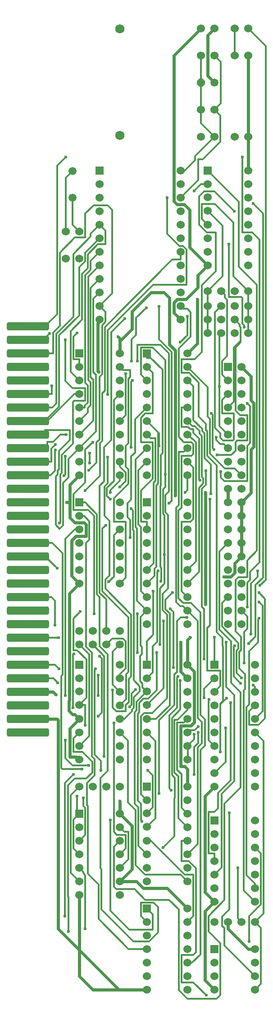
<source format=gtl>
G04 Layer_Physical_Order=1*
G04 Layer_Color=255*
%FSLAX44Y44*%
%MOMM*%
G71*
G01*
G75*
G04:AMPARAMS|DCode=10|XSize=1.57mm|YSize=8mm|CornerRadius=0.3925mm|HoleSize=0mm|Usage=FLASHONLY|Rotation=90.000|XOffset=0mm|YOffset=0mm|HoleType=Round|Shape=RoundedRectangle|*
%AMROUNDEDRECTD10*
21,1,1.5700,7.2150,0,0,90.0*
21,1,0.7850,8.0000,0,0,90.0*
1,1,0.7850,3.6075,0.3925*
1,1,0.7850,3.6075,-0.3925*
1,1,0.7850,-3.6075,-0.3925*
1,1,0.7850,-3.6075,0.3925*
%
%ADD10ROUNDEDRECTD10*%
%ADD11C,0.6000*%
%ADD12C,0.3000*%
%ADD13C,1.5240*%
%ADD14R,1.5240X1.5240*%
%ADD15C,1.5000*%
%ADD16P,1.6236X8X202.5*%
%ADD17C,1.7500*%
%ADD18C,0.6000*%
D10*
X43180Y787400D02*
D03*
Y736600D02*
D03*
Y762000D02*
D03*
Y863600D02*
D03*
Y889000D02*
D03*
Y812800D02*
D03*
Y838200D02*
D03*
Y584200D02*
D03*
Y609600D02*
D03*
Y533400D02*
D03*
Y558800D02*
D03*
Y685800D02*
D03*
Y711200D02*
D03*
Y635000D02*
D03*
Y660400D02*
D03*
Y1168400D02*
D03*
Y1193800D02*
D03*
Y1117600D02*
D03*
Y1143000D02*
D03*
Y1270000D02*
D03*
Y1295400D02*
D03*
Y1219200D02*
D03*
Y1244600D02*
D03*
Y965200D02*
D03*
Y990600D02*
D03*
Y914400D02*
D03*
Y939800D02*
D03*
Y1066800D02*
D03*
Y1092200D02*
D03*
Y1016000D02*
D03*
Y1041400D02*
D03*
D11*
X457200Y1587500D02*
Y1651000D01*
Y1803400D01*
X419100Y965200D02*
Y990600D01*
X444500Y939800D02*
Y965200D01*
Y889000D02*
Y914400D01*
Y863600D02*
Y889000D01*
Y914400D02*
Y939800D01*
X215900Y254000D02*
X238521Y276621D01*
Y358379D01*
X215900Y381000D02*
X238521Y358379D01*
X139700Y76201D02*
X165101Y50800D01*
X90933Y609600D02*
X96013Y604521D01*
X43180Y609600D02*
X90933D01*
X121967Y998267D02*
X139700Y1016000D01*
X121967Y936198D02*
X131065Y927101D01*
X148681D01*
X152320Y923461D01*
Y901701D02*
Y923461D01*
X133351Y901701D02*
X152320D01*
X125223Y893573D02*
X133351Y901701D01*
X125223Y827278D02*
Y893573D01*
Y827278D02*
X139700Y812800D01*
X330201Y647700D02*
X342900Y635000D01*
X330201Y647700D02*
Y703073D01*
X362196Y1390896D02*
X381000Y1409700D01*
X362196Y1368036D02*
Y1390896D01*
X340361Y1346201D02*
X362196Y1368036D01*
X323851Y1346201D02*
X340361D01*
X317501Y1339851D02*
X323851Y1346201D01*
X317501Y1320800D02*
Y1339851D01*
Y1320800D02*
X330200Y1308100D01*
X212599Y1275589D02*
X215900Y1272287D01*
X431720Y832972D02*
Y850820D01*
X444500Y863600D01*
X122080Y541180D02*
X139700Y558800D01*
X122080Y487339D02*
Y541180D01*
Y487339D02*
X134961D01*
X139700Y482600D01*
X376080Y68421D02*
X393700Y50800D01*
X376080Y68421D02*
Y198280D01*
X393700Y215900D01*
X215900Y1267460D02*
X239015Y1290575D01*
Y1323696D01*
X274637Y1359318D01*
X298795D01*
X309373Y1348741D01*
Y1260857D02*
Y1348741D01*
Y1260857D02*
X319754Y1250476D01*
Y977773D02*
Y1250476D01*
X342900Y431800D02*
Y464821D01*
X337567Y470155D02*
X342900Y464821D01*
X330280Y470155D02*
X337567D01*
X330280D02*
Y545847D01*
X338329D01*
X338583Y546101D01*
X349251D01*
X355601Y552451D01*
Y647700D01*
X342900Y660400D02*
X355601Y647700D01*
X97791Y558800D02*
X99569Y557022D01*
Y165355D02*
Y557022D01*
X214123Y50800D02*
X266700D01*
X215900Y381000D02*
Y405131D01*
X304720Y241380D02*
X342900Y203200D01*
X260271Y241380D02*
X304720D01*
X247651Y254000D02*
X260271Y241380D01*
X215900Y254000D02*
X247651D01*
X419100Y165101D02*
Y177800D01*
Y165101D02*
X457201Y127000D01*
X469900D01*
X376683Y774193D02*
Y983743D01*
X342900Y707438D02*
X347727Y712265D01*
X342900Y660400D02*
Y707438D01*
X361189Y1262889D02*
Y1346201D01*
X342900Y1244600D02*
X361189Y1262889D01*
X121285Y794385D02*
X139700Y812800D01*
X121285Y594233D02*
Y794385D01*
X119889Y592837D02*
X121285Y594233D01*
X119889Y574041D02*
Y592837D01*
Y574041D02*
X126747Y567183D01*
X131318D01*
X139700Y558800D01*
X174715Y1210857D02*
X176023Y1209549D01*
X174715Y1210857D02*
Y1301119D01*
X177800Y1304205D01*
Y1308100D01*
X317501Y1803401D02*
X368300Y1854200D01*
X317501Y1530351D02*
Y1803401D01*
Y1530351D02*
X323851Y1524001D01*
X337313D01*
X347473Y1513841D01*
Y1443228D02*
Y1513841D01*
Y1443228D02*
X381000Y1409700D01*
X381001Y1765300D02*
X393700Y1752600D01*
X381001Y1765300D02*
Y1841501D01*
X393700Y1854200D01*
X376080Y414180D02*
X393700Y431800D01*
X376080Y233521D02*
Y414180D01*
Y233521D02*
X393700Y215900D01*
X215900Y1244600D02*
Y1267460D01*
Y1272287D01*
X43180Y558800D02*
X54611D01*
X97791D01*
X139700Y76201D02*
Y125223D01*
Y228600D01*
X99569Y165355D02*
X139700Y125223D01*
X214123Y50800D01*
X165101D02*
X214123D01*
X54611Y558800D02*
X54611Y558800D01*
X93980D01*
X411480Y825500D02*
X424248D01*
X431720Y832972D01*
X115825Y965200D02*
X121967D01*
Y936198D02*
Y965200D01*
Y998267D01*
X444500Y1219200D02*
X462121Y1201580D01*
Y1156957D02*
Y1201580D01*
Y1156957D02*
X467121Y1151957D01*
Y1069524D02*
Y1151957D01*
X462121Y1064524D02*
X467121Y1069524D01*
X462121Y982821D02*
Y1064524D01*
X444500Y965200D02*
X462121Y982821D01*
D12*
X368300Y1752600D02*
Y1803400D01*
Y1701800D02*
Y1752600D01*
X381000Y1282700D02*
Y1308100D01*
Y1333500D01*
Y1361440D01*
X457200Y1282700D02*
Y1308100D01*
Y1333500D01*
Y1361440D01*
X431800Y1803400D02*
Y1854200D01*
X128525Y369825D02*
X139700Y381000D01*
X128525Y315976D02*
Y369825D01*
Y315976D02*
X139700Y304800D01*
X469900Y177800D02*
X481077Y166624D01*
Y61977D02*
Y166624D01*
X469900Y50800D02*
X481077Y61977D01*
X123445Y270256D02*
X139700Y254000D01*
X123445Y270256D02*
Y415545D01*
X139700Y431800D01*
X368300Y1676400D02*
X393700Y1651000D01*
X368300Y1676400D02*
Y1701800D01*
X156301Y1388201D02*
X177800Y1409700D01*
X156301Y1194971D02*
Y1388201D01*
Y1194971D02*
X160821Y1190451D01*
Y1147280D02*
Y1190451D01*
X155821Y1142279D02*
X160821Y1147280D01*
X155821Y1133720D02*
Y1142279D01*
X139700Y1117600D02*
X155821Y1133720D01*
X160821Y1418121D02*
X177800Y1435100D01*
X160821Y1401030D02*
Y1418121D01*
X150820Y1391029D02*
X160821Y1401030D01*
X150820Y1189970D02*
Y1391029D01*
Y1189970D02*
X155821Y1184970D01*
Y1152280D02*
Y1184970D01*
X149637Y1146096D02*
X155821Y1152280D01*
X149637Y1143000D02*
Y1146096D01*
X139700Y1143000D02*
X149637D01*
X150820Y1433520D02*
X177800Y1460500D01*
X150820Y1417794D02*
Y1433520D01*
X139447Y1406420D02*
X150820Y1417794D01*
X139447Y1315975D02*
Y1406420D01*
X101855Y1278383D02*
X139447Y1315975D01*
X101855Y1145033D02*
Y1278383D01*
X74422Y1117600D02*
X101855Y1145033D01*
X43180Y1117600D02*
X74422D01*
X177800Y1333500D02*
X201677Y1357377D01*
Y1513841D01*
X193041Y1522477D02*
X201677Y1513841D01*
X166625Y1522477D02*
X193041D01*
X150877Y1506729D02*
X166625Y1522477D01*
X150877Y1462025D02*
Y1506729D01*
X131573Y1462025D02*
X150877D01*
X103125Y1433577D02*
X131573Y1462025D01*
X103125Y1295909D02*
Y1433577D01*
X90679Y1283463D02*
X103125Y1295909D01*
X90679Y1244600D02*
Y1283463D01*
X43180Y1244600D02*
X90679D01*
X382525Y519176D02*
X393700Y508000D01*
X382525Y519176D02*
Y593599D01*
X383795Y594869D01*
X71882Y1270000D02*
X84075Y1282193D01*
X43180Y1270000D02*
X71882D01*
X357602Y1614902D02*
X393700Y1651000D01*
X357602Y1607028D02*
Y1614902D01*
X338074Y1587500D02*
X357602Y1607028D01*
X330200Y1587500D02*
X338074D01*
X393700Y1701800D02*
X404877Y1690624D01*
Y1641349D02*
Y1690624D01*
X372132Y1608604D02*
X404877Y1641349D01*
X363707Y1608604D02*
X372132D01*
X363707Y1570207D02*
Y1608604D01*
X330200Y1536700D02*
X363707Y1570207D01*
X130753Y1168400D02*
X139700D01*
X79953Y1117600D02*
X130753Y1168400D01*
X215900Y279400D02*
X232020Y295520D01*
Y347374D01*
X224127D02*
X232020D01*
X215900Y355600D02*
X224127Y347374D01*
X135891Y384810D02*
X139700Y381000D01*
X135891Y384810D02*
Y414021D01*
X150877Y547371D02*
Y585400D01*
X139700D02*
X150877D01*
X266700Y914400D02*
Y928680D01*
X255580D02*
X266700D01*
X255580D02*
Y987120D01*
X277820Y1009360D01*
Y1077977D01*
X255525D02*
X277820D01*
X255525D02*
Y1123697D01*
X263653Y1131825D01*
X277877D01*
Y1208024D01*
X266700Y1219200D02*
X277877Y1208024D01*
X43180Y711200D02*
X100839D01*
X195098Y816023D02*
X204780Y825705D01*
Y903280D01*
X215900Y914400D01*
X165100Y698500D02*
X186761Y676839D01*
Y488951D02*
Y676839D01*
X266700Y330200D02*
X274321D01*
X337821Y266701D01*
X354077D01*
Y188977D02*
Y266701D01*
X342900Y177800D02*
X354077Y188977D01*
X215900Y635000D02*
Y642930D01*
X227020Y654050D01*
Y704399D01*
X221743Y709677D02*
X227020Y704399D01*
X201677Y709677D02*
X221743D01*
X190500Y698500D02*
X201677Y709677D01*
X202172Y684772D02*
X215900Y698500D01*
X202172Y623328D02*
Y684772D01*
Y623328D02*
X215900Y609600D01*
X407980Y1204920D02*
X419100Y1193800D01*
X407980Y1204920D02*
Y1230377D01*
X417577Y1239973D01*
Y1345320D01*
X413117Y1349779D02*
X417577Y1345320D01*
X413117Y1349779D02*
Y1354723D01*
X406400Y1361440D02*
X413117Y1354723D01*
X469900Y317500D02*
X481020Y306380D01*
Y211018D02*
Y306380D01*
X458725Y188723D02*
X481020Y211018D01*
X458725Y141733D02*
Y188723D01*
X250580Y1025280D02*
X266700Y1041400D01*
X250580Y923680D02*
Y1025280D01*
Y923680D02*
X255525Y918735D01*
Y798576D02*
Y918735D01*
Y798576D02*
X266700Y787400D01*
Y1092200D02*
X273637Y1085263D01*
X282820D01*
Y1005568D02*
Y1085263D01*
X279156Y1001904D02*
X282820Y1005568D01*
X279156Y850656D02*
Y1001904D01*
X266700Y838200D02*
X279156Y850656D01*
X266700Y1117600D02*
X287821Y1096479D01*
X284156Y996903D02*
X287821Y1000568D01*
X284156Y843830D02*
Y996903D01*
X281180Y840854D02*
X284156Y843830D01*
X281180Y827280D02*
Y840854D01*
X266700Y812800D02*
X281180Y827280D01*
X88139Y1168400D02*
Y1183641D01*
X43180Y1168400D02*
X88139D01*
X86869Y1065785D02*
X94997Y1073913D01*
X86869Y1041400D02*
Y1065785D01*
X43180Y1041400D02*
X86869D01*
X227020Y1128720D02*
Y1206501D01*
X237237Y1191261D02*
X239777Y1193801D01*
X237237Y1068833D02*
Y1191261D01*
X215900Y1117600D02*
X227020Y1128720D01*
X402845Y1282700D02*
X406400D01*
X431800Y1308100D02*
X441080Y1298820D01*
Y1295734D02*
Y1298820D01*
Y1295734D02*
X442977Y1293837D01*
Y1268477D02*
Y1293837D01*
X430277Y1255777D02*
X442977Y1268477D01*
X430277Y1154177D02*
Y1255777D01*
X419100Y1143000D02*
X430277Y1154177D01*
X245579Y1045679D02*
X266700Y1066800D01*
X245579Y918680D02*
Y1045679D01*
Y918680D02*
X247975Y916284D01*
Y780725D02*
Y916284D01*
Y780725D02*
X266700Y762000D01*
X393700Y660400D02*
Y712458D01*
X139700Y585400D02*
X153092Y598792D01*
Y670377D01*
X135891Y687579D02*
X153092Y670377D01*
X128525Y687579D02*
X135891D01*
X128525D02*
Y747015D01*
X141470Y759960D01*
X103887Y1092201D02*
X115063D01*
X90425Y1078739D02*
X103887Y1092201D01*
X79503Y1078739D02*
X90425D01*
X43180Y1066800D02*
X79503D01*
X94190Y1062692D02*
X94997Y1063499D01*
X94190Y1024592D02*
Y1062692D01*
X85598Y1016000D02*
X94190Y1024592D01*
X43180Y1016000D02*
X85598D01*
X161291Y1469391D02*
X177800Y1485900D01*
X161291Y1464057D02*
Y1469391D01*
X128525Y1431291D02*
X161291Y1464057D01*
X128525Y1312927D02*
Y1431291D01*
X96521Y1280923D02*
X128525Y1312927D01*
X96521Y1150874D02*
Y1280923D01*
X88647Y1143000D02*
X96521Y1150874D01*
X43180Y1143000D02*
X88647D01*
X266700Y203200D02*
X277877Y192024D01*
Y163577D02*
Y192024D01*
X233935Y163577D02*
X277877D01*
X198121Y199391D02*
X233935Y163577D01*
X198121Y199391D02*
Y369317D01*
X266700Y585400D02*
X297943Y616643D01*
Y742697D01*
X166301Y1347402D02*
X177800Y1358900D01*
X166301Y1209491D02*
Y1347402D01*
Y1209491D02*
X170821Y1204971D01*
Y1097921D02*
Y1204971D01*
X139700Y1066800D02*
X170821Y1097921D01*
X139700Y698500D02*
X158092Y680108D01*
Y526392D02*
Y680108D01*
X139700Y508000D02*
X158092Y526392D01*
X258643Y618457D02*
X266700Y610400D01*
X258643Y618457D02*
Y625165D01*
X254083Y629725D02*
X258643Y625165D01*
X254083Y629725D02*
Y676760D01*
X257826Y680504D01*
Y693722D01*
X254875Y696673D02*
X257826Y693722D01*
X254875Y696673D02*
Y750175D01*
X266700Y762000D01*
X469900Y609600D02*
Y619273D01*
X466873Y622301D02*
X469900Y619273D01*
X435451Y645574D02*
X444755Y636271D01*
X435451Y645574D02*
Y686610D01*
X438555Y689714D01*
Y701419D01*
X407925Y732049D02*
X438555Y701419D01*
X407925Y732049D02*
Y776225D01*
X419100Y787400D01*
X342900Y1117600D02*
X352342Y1108158D01*
X356618D01*
X365525Y1099251D01*
Y1094381D02*
Y1099251D01*
Y1094381D02*
X370037Y1089870D01*
Y1012880D02*
Y1089870D01*
Y1012880D02*
X373036Y1009880D01*
Y1000591D02*
Y1009880D01*
X365182Y992736D02*
X373036Y1000591D01*
X365182Y835082D02*
Y992736D01*
X342900Y812800D02*
X365182Y835082D01*
X255525Y1204976D02*
X266700Y1193800D01*
X255525Y1255777D02*
X277820D01*
X301753Y1018033D02*
Y1231844D01*
X395038Y1322138D02*
X406400Y1333500D01*
X395038Y1104601D02*
Y1322138D01*
Y1104601D02*
X404760Y1094878D01*
Y1086221D02*
Y1094878D01*
Y1086221D02*
X409957Y1081025D01*
X428380D01*
X430277Y1082922D01*
Y1131825D01*
X407980D02*
X430277D01*
X407980D02*
Y1157280D01*
X419100Y1168400D01*
X399185Y1054101D02*
X425451D01*
X433325Y1061975D01*
Y1077977D01*
X436373Y1081025D01*
X433325Y1137413D02*
X441961Y1128777D01*
X433325Y1137413D02*
Y1255777D01*
X442977Y1265429D01*
X334674Y770227D02*
X342900Y762000D01*
X329621Y770227D02*
X334674D01*
X321461Y778386D02*
X329621Y770227D01*
X321461Y778386D02*
Y954973D01*
X326645Y960157D01*
Y1059924D01*
X336024D01*
X342900Y1066800D01*
X119197Y1046297D02*
X139700Y1066800D01*
X119197Y1011712D02*
Y1046297D01*
X109221Y1001735D02*
X119197Y1011712D01*
X95505Y1013925D02*
X99190Y1017611D01*
Y1025231D01*
X101365Y1027406D01*
Y1061520D01*
X121817Y1081972D01*
Y1100329D01*
X75439D02*
X121817D01*
X43180Y1092200D02*
X75439D01*
X159005Y1038607D02*
Y1057403D01*
X378036Y998201D02*
Y1024637D01*
X370182Y990347D02*
X378036Y998201D01*
X370182Y769009D02*
Y990347D01*
Y769009D02*
X373889Y765303D01*
Y671323D02*
Y765303D01*
X423927Y443485D02*
Y589535D01*
X400305Y419863D02*
X423927Y443485D01*
X400305Y390907D02*
Y419863D01*
X393701Y384303D02*
X400305Y390907D01*
X382580Y384303D02*
X393701D01*
X382580Y306325D02*
Y384303D01*
Y306325D02*
X393700D01*
Y292100D02*
Y306325D01*
Y609600D02*
X404877Y620777D01*
Y649225D01*
X380493D02*
X404877D01*
X380493D02*
Y729489D01*
X385065Y734061D01*
Y970789D01*
X420680Y1350320D02*
Y1449380D01*
Y1350320D02*
X444247D01*
X446025Y1348542D01*
Y1300735D02*
Y1348542D01*
Y1300735D02*
X449581Y1297179D01*
Y1293877D02*
Y1297179D01*
X247586Y591286D02*
X266700Y610400D01*
X247586Y574979D02*
Y591286D01*
X244012Y571406D02*
X247586Y574979D01*
X244012Y399408D02*
Y571406D01*
Y399408D02*
X250580Y392841D01*
Y320920D02*
Y392841D01*
Y320920D02*
X266700Y304800D01*
X175261Y603251D02*
Y641097D01*
X457963Y700533D02*
X470916Y713486D01*
X43180Y889000D02*
X88901D01*
X108205Y869696D01*
Y641605D02*
Y869696D01*
X106173Y639573D02*
X108205Y641605D01*
X106173Y466599D02*
Y639573D01*
Y466599D02*
X107951Y464821D01*
X144781D01*
X232411Y127000D02*
X266700D01*
X176023Y183389D02*
X232411Y127000D01*
X176023Y183389D02*
Y248022D01*
X155821Y268225D02*
X176023Y248022D01*
X155821Y268225D02*
Y395225D01*
X153925Y397121D02*
X155821Y395225D01*
X153925Y397121D02*
Y438263D01*
X168981Y453320D01*
Y483489D01*
X163530Y488941D02*
X168981Y483489D01*
X163530Y488941D02*
Y683561D01*
X152401Y694691D02*
X163530Y683561D01*
X152401Y694691D02*
Y888859D01*
X158821Y895279D01*
Y930029D01*
X149050Y939800D02*
X158821Y930029D01*
X139700Y939800D02*
X149050D01*
X119127Y159767D02*
Y224283D01*
X118365Y225045D02*
X119127Y224283D01*
X118365Y225045D02*
Y434341D01*
X130965Y446941D01*
X152601D01*
X163981Y458320D01*
Y478489D01*
X145645Y496825D02*
X163981Y478489D01*
X128580Y496825D02*
X145645D01*
X128580D02*
Y522280D01*
X139700Y533400D01*
X373889Y615189D02*
X393700Y635000D01*
X373889Y598480D02*
Y615189D01*
X94005Y660400D02*
X101347Y653059D01*
X43180Y660400D02*
X94005D01*
X113285Y602743D02*
Y896621D01*
X131064Y914400D01*
X139700D01*
X342900Y575750D02*
Y584200D01*
X324672Y557521D02*
X342900Y575750D01*
X318779Y557521D02*
X324672D01*
X318779Y458479D02*
Y557521D01*
Y458479D02*
X325812Y451446D01*
Y372688D02*
Y451446D01*
Y372688D02*
X342900Y355600D01*
X310643Y765049D02*
X316485Y759207D01*
Y655067D02*
Y759207D01*
X329693Y576327D02*
Y630937D01*
X313779Y560413D02*
X329693Y576327D01*
X313779Y453479D02*
Y560413D01*
Y453479D02*
X319261Y447997D01*
Y410777D02*
Y447997D01*
X318517Y410033D02*
X319261Y410777D01*
X318517Y338583D02*
Y410033D01*
X297181Y317247D02*
X318517Y338583D01*
X330201Y749301D02*
X341885D01*
X323089Y742189D02*
X330201Y749301D01*
X323089Y647334D02*
Y742189D01*
X318192Y642437D02*
X323089Y647334D01*
X318192Y584827D02*
Y642437D01*
X289561Y556195D02*
X318192Y584827D01*
X289561Y418847D02*
Y556195D01*
X342900Y508000D02*
X343813Y507087D01*
Y483513D02*
Y507087D01*
X342900Y482600D02*
X343813Y483513D01*
X430451Y694611D02*
X432055Y696215D01*
X430451Y638382D02*
Y694611D01*
Y638382D02*
X442723Y626111D01*
X356109Y537465D02*
X363475Y544831D01*
X342900Y533400D02*
Y537465D01*
Y304800D02*
X362205Y324105D01*
Y505332D01*
X370021Y513148D01*
Y552605D01*
X362205Y560421D02*
X370021Y552605D01*
X362205Y560421D02*
Y742696D01*
X342900Y762000D02*
X362205Y742696D01*
X404877Y588011D02*
X409957Y593091D01*
Y695453D01*
X409195Y696215D02*
X409957Y695453D01*
X409195Y696215D02*
Y710185D01*
X380037Y1052323D02*
X397765Y1034595D01*
X380037Y1052323D02*
Y1098752D01*
X377953Y1100837D02*
X380037Y1098752D01*
X377953Y1100837D02*
Y1112267D01*
X364491Y1125729D02*
X377953Y1112267D01*
X364491Y1125729D02*
Y1189483D01*
X345949Y1208025D02*
X364491Y1189483D01*
X331780Y1208025D02*
X345949D01*
X331780D02*
Y1233425D01*
X356109D01*
X369825Y1247141D01*
Y1372673D01*
X364745Y1486155D02*
X379223Y1471677D01*
X364745Y1486155D02*
Y1539241D01*
X374143Y1548639D01*
X393447D01*
X430785Y1511300D01*
X110745Y1014985D02*
X113285Y1017525D01*
Y1051561D01*
X193041Y1001250D02*
Y1050037D01*
X186779Y994989D02*
X193041Y1001250D01*
X186779Y939712D02*
Y994989D01*
Y939712D02*
X196089Y930403D01*
Y827787D02*
Y930403D01*
X188469Y820167D02*
X196089Y827787D01*
X188469Y803403D02*
Y820167D01*
Y803403D02*
X237021Y754851D01*
Y638303D02*
Y754851D01*
X232585Y633867D02*
X237021Y638303D01*
X232585Y590551D02*
Y633867D01*
X227077Y585042D02*
X232585Y590551D01*
X227077Y573025D02*
Y585042D01*
X209551Y573025D02*
X227077D01*
X202439Y580137D02*
X209551Y573025D01*
X202439Y580137D02*
Y612903D01*
X193041Y1167639D02*
Y1287677D01*
X278488Y1373125D01*
X341377D01*
Y1439650D01*
X334750Y1446277D02*
X341377Y1439650D01*
X327661Y1446277D02*
X334750D01*
X393700Y266700D02*
X407623Y280623D01*
Y418235D01*
X431061Y441673D01*
Y604056D01*
X415799Y619318D02*
X431061Y604056D01*
X415799Y619318D02*
Y702819D01*
X43180Y1295400D02*
X75439D01*
X98045Y1318006D01*
X460677Y819913D02*
Y834819D01*
X455677Y814912D02*
X460677Y819913D01*
X455677Y769113D02*
Y814912D01*
X476076Y745824D02*
X477521Y747269D01*
X476076Y703073D02*
Y745824D01*
X458725Y685721D02*
X476076Y703073D01*
X458725Y585725D02*
Y685721D01*
X453645Y580645D02*
X458725Y585725D01*
X453645Y265684D02*
Y580645D01*
Y265684D02*
X469900Y249429D01*
Y241300D02*
Y249429D01*
X128580Y1276152D02*
X135129Y1282701D01*
X128580Y1233480D02*
Y1276152D01*
Y1233480D02*
X139700D01*
Y1219200D02*
Y1233480D01*
X177800Y1485900D02*
X188977Y1474724D01*
Y1449325D02*
Y1474724D01*
X174753Y1449325D02*
X188977D01*
X155821Y1430392D02*
X174753Y1449325D01*
X155821Y1404485D02*
Y1430392D01*
X145035Y1393699D02*
X155821Y1404485D01*
X145035Y1307908D02*
Y1393699D01*
X123580Y1286453D02*
X145035Y1307908D01*
X123580Y1209921D02*
Y1286453D01*
Y1209921D02*
X139700Y1193800D01*
X161301Y1367801D02*
X177800Y1384300D01*
X161301Y1199971D02*
Y1367801D01*
Y1199971D02*
X165821Y1195451D01*
Y1118321D02*
Y1195451D01*
X139700Y1092200D02*
X165821Y1118321D01*
X157481Y1025145D02*
X172261Y1039925D01*
Y1077517D01*
X178055Y1083311D01*
Y1200913D01*
X182627Y1205485D01*
Y1297200D01*
X188977Y1303550D01*
Y1322324D01*
X177800Y1333500D02*
X188977Y1322324D01*
X266700Y660400D02*
Y704851D01*
X278639Y716789D01*
Y798831D01*
X75693Y863600D02*
X98045Y841249D01*
X43180Y863600D02*
X75693D01*
X308779Y428839D02*
X312167Y425451D01*
X308779Y428839D02*
Y565319D01*
X323192Y579732D01*
Y636882D01*
X325121Y638811D01*
X215900Y304800D02*
X227020Y315920D01*
Y341377D01*
X210294D02*
X227020D01*
X204725Y346946D02*
X210294Y341377D01*
X204725Y346946D02*
Y551100D01*
X128017Y580137D02*
Y679705D01*
X129287Y680975D01*
X94235Y735331D02*
Y780796D01*
X87631Y787400D02*
X94235Y780796D01*
X43180Y787400D02*
X87631D01*
X404877Y585725D02*
X416561Y597409D01*
X113793Y1192785D02*
Y1270000D01*
Y1192785D02*
X127001Y1179577D01*
X150820D01*
Y1155447D02*
Y1179577D01*
X129795Y1155447D02*
X150820D01*
X127763Y1153415D02*
X129795Y1155447D01*
X127763Y1075691D02*
Y1153415D01*
X106365Y1054293D02*
X127763Y1075691D01*
X106365Y1019976D02*
Y1054293D01*
X104190Y1017801D02*
X106365Y1019976D01*
X104190Y928165D02*
Y1017801D01*
X102363Y926338D02*
X104190Y928165D01*
X215900Y812800D02*
X227077Y823977D01*
Y928680D01*
X204780D02*
X227077D01*
X204780D02*
Y972639D01*
X232020Y999880D01*
Y1027177D01*
X227077Y1032121D02*
X232020Y1027177D01*
X227077Y1032121D02*
Y1071136D01*
X232020Y1076080D01*
Y1196920D01*
X235101Y1200000D01*
Y1213001D01*
X222099D02*
X235101D01*
X215900Y1219200D02*
X222099Y1213001D01*
X255525Y188976D02*
X266700Y177800D01*
X255525Y188976D02*
Y214377D01*
X279401D01*
X288037Y205741D01*
Y157989D02*
Y205741D01*
X271273Y141225D02*
X288037Y157989D01*
X241555Y141225D02*
X271273D01*
X181103Y201677D02*
X241555Y141225D01*
X181103Y201677D02*
Y276607D01*
X179325Y278385D02*
X181103Y276607D01*
X179325Y278385D02*
Y447803D01*
X193295Y461773D01*
Y679979D01*
X177801Y695473D02*
X193295Y679979D01*
X177801Y695473D02*
Y787401D01*
X173059Y792142D02*
X177801Y787401D01*
X173059Y792142D02*
Y942625D01*
X150483Y965200D02*
X173059Y942625D01*
X139700Y965200D02*
X150483D01*
X114300Y1574000D02*
X127000Y1586700D01*
X114300Y1473200D02*
Y1574000D01*
X127000Y1485900D02*
X139700Y1473200D01*
X127000Y1485900D02*
Y1536700D01*
X342900Y101600D02*
X351847D01*
X367285Y117038D01*
Y500331D01*
X376197Y509244D01*
Y557634D01*
X367285Y566547D02*
X376197Y557634D01*
X367285Y566547D02*
Y758675D01*
X349735Y776225D02*
X367285Y758675D01*
X335225Y776225D02*
X349735D01*
X326461Y784989D02*
X335225Y776225D01*
X326461Y784989D02*
Y949973D01*
X331731Y955243D01*
Y1052577D01*
X350917D01*
X354020Y1055680D01*
Y1074869D01*
X350913Y1077977D02*
X354020Y1074869D01*
X336551Y1077977D02*
X350913D01*
X326780Y1087747D02*
X336551Y1077977D01*
X326780Y1087747D02*
Y1253767D01*
X349320Y1276308D01*
Y1321985D01*
X342901Y1328404D02*
X349320Y1321985D01*
X335296Y1328404D02*
X342901D01*
X330200Y1333500D02*
X335296Y1328404D01*
X393700Y1803400D02*
X405893Y1791208D01*
Y1713993D02*
Y1791208D01*
X393700Y1701800D02*
X405893Y1713993D01*
X150877Y987125D02*
X178642Y1014891D01*
Y1075865D01*
X183139Y1080362D01*
Y1170179D01*
X187707Y1174746D01*
Y1294021D01*
X314562Y1420877D01*
X330200D01*
Y1435100D01*
X255525Y1204976D02*
Y1255777D01*
X277820D02*
X301753Y1231844D01*
X296856Y989481D02*
X301753Y994378D01*
X296856Y944048D02*
Y989481D01*
Y944048D02*
X299975Y940929D01*
Y866903D02*
Y940929D01*
X266700Y381800D02*
X277820Y392920D01*
Y452939D01*
X268225Y462535D02*
X277820Y452939D01*
X180595Y462535D02*
Y480315D01*
X168657Y492253D02*
X180595Y480315D01*
X168657Y492253D02*
Y651511D01*
X170181Y653035D01*
X291339Y698501D02*
Y803911D01*
X299975Y812547D01*
Y866903D01*
X402845Y1108456D02*
X419100Y1092200D01*
X414529Y478029D02*
Y541783D01*
X393700Y457200D02*
X414529Y478029D01*
X342900Y1092200D02*
X353647Y1083004D01*
X359111Y1077540D01*
Y854411D02*
Y1077540D01*
X342900Y838200D02*
X359111Y854411D01*
X215901Y994321D02*
X227020Y1005441D01*
Y1021391D01*
X215900Y1032511D02*
X227020Y1021391D01*
X215900Y1032511D02*
Y1041400D01*
X266700Y558800D02*
X284052D01*
X309627Y584374D01*
Y756667D01*
X301339Y764954D02*
X309627Y756667D01*
X301339Y764954D02*
Y782415D01*
X314961Y796037D01*
X336621Y552521D02*
X342900Y558800D01*
X323779Y552521D02*
X336621D01*
X323779Y463479D02*
Y552521D01*
Y463479D02*
X331725Y455534D01*
Y392176D02*
Y455534D01*
Y392176D02*
X342900Y381000D01*
Y1193800D02*
X354077Y1182624D01*
Y1119379D02*
Y1182624D01*
Y1119379D02*
X370526Y1102930D01*
Y1099381D02*
Y1102930D01*
Y1099381D02*
X375037Y1094870D01*
Y1048635D02*
Y1094870D01*
Y1048635D02*
X387364Y1036308D01*
Y981711D02*
Y1036308D01*
X215900Y1005586D02*
Y1016000D01*
X198375Y988061D02*
X215900Y1005586D01*
X198375Y983489D02*
Y988061D01*
X266700Y356800D02*
X282820Y372920D01*
Y517280D01*
X266700Y533400D02*
X282820Y517280D01*
X292863Y817095D02*
X294283Y818515D01*
Y841530D01*
X291856Y843957D02*
X294283Y841530D01*
X291856Y843957D02*
Y995568D01*
X292863Y996575D01*
Y1054204D01*
X296061Y1057403D01*
Y1213970D01*
X273559Y1236473D02*
X296061Y1213970D01*
X266700Y1236473D02*
Y1244600D01*
X477775Y795529D02*
X489021Y784282D01*
Y559633D02*
Y784282D01*
X477013Y547625D02*
X489021Y559633D01*
X458725Y547625D02*
X477013D01*
X458725D02*
Y573025D01*
X469900Y584200D01*
X437897Y184404D02*
Y279400D01*
Y184404D02*
X444500Y177800D01*
X236983Y953222D02*
X240579Y949625D01*
Y913679D02*
Y949625D01*
Y913679D02*
X242021Y912238D01*
Y631786D02*
Y912238D01*
Y631786D02*
X253643Y620164D01*
Y610498D02*
Y620164D01*
X242585Y599441D02*
X253643Y610498D01*
X242585Y579980D02*
Y599441D01*
X239021Y576416D02*
X242585Y579980D01*
X239021Y573449D02*
Y576416D01*
X224372Y558800D02*
X239021Y573449D01*
X215900Y558800D02*
X224372D01*
X112523Y188977D02*
Y438913D01*
X128525Y454915D01*
X175261Y564135D02*
X181761Y570635D01*
Y672442D01*
X177801Y676403D02*
X181761Y672442D01*
X190500Y723900D02*
Y782909D01*
X178059Y795350D02*
X190500Y782909D01*
X178059Y795350D02*
Y996264D01*
X186183Y1004388D01*
Y1068833D01*
X199645Y1082295D01*
Y1284479D01*
X225045Y1309879D01*
X421387Y201610D02*
Y383018D01*
X407980Y188204D02*
X421387Y201610D01*
X407980Y170633D02*
Y188204D01*
Y170633D02*
X411989Y166625D01*
Y134112D02*
Y166625D01*
Y134112D02*
X469900Y76200D01*
Y533400D02*
X486021Y517280D01*
Y193920D02*
Y517280D01*
X469900Y177800D02*
X486021Y193920D01*
X255580Y367991D02*
X257303Y366269D01*
X255580Y367991D02*
Y399741D01*
X249429Y405893D02*
X255580Y399741D01*
X249429Y405893D02*
Y568604D01*
X252586Y571761D01*
Y588882D01*
X260351Y596647D01*
X269241D01*
X285751Y613157D01*
Y683261D01*
X248667D02*
Y756159D01*
X167895D02*
Y939547D01*
X156465Y950977D02*
X167895Y939547D01*
X128525Y950977D02*
X156465D01*
X128525D02*
Y980441D01*
X150877Y1002793D01*
Y1064007D01*
X165101Y1078231D01*
X238253Y1230377D02*
Y1271271D01*
X246635Y1279653D01*
Y1311403D01*
X265685Y1330453D01*
X354077Y64771D02*
X378461Y40387D01*
X331725Y64771D02*
X354077D01*
X331725D02*
Y115825D01*
X354077D01*
X359157Y120905D01*
Y278870D01*
X345926Y292101D02*
X359157Y278870D01*
X331725Y292101D02*
X345926D01*
X331725D02*
Y330200D01*
X342900D01*
Y988314D02*
Y1016000D01*
X338837Y984251D02*
X342900Y988314D01*
X183060Y915850D02*
X189485Y922275D01*
X183060Y798398D02*
Y915850D01*
Y798398D02*
X232020Y749437D01*
Y647057D02*
Y749437D01*
X227585Y642621D02*
X232020Y647057D01*
X227585Y595885D02*
Y642621D01*
X215900Y584200D02*
X227585Y595885D01*
X215900Y533400D02*
X230990Y518310D01*
Y402405D02*
Y518310D01*
Y402405D02*
X245579Y387816D01*
Y284520D02*
Y387816D01*
Y284520D02*
X263653Y266447D01*
X330454D01*
X342900Y254000D01*
Y508000D02*
X355347Y520447D01*
Y530353D01*
X234443Y581661D02*
X237585Y584803D01*
Y605885D01*
X245364Y613664D01*
X266700Y635000D02*
X277877Y646177D01*
Y695453D01*
X286259Y703835D01*
Y834645D01*
X287783Y836169D01*
X308357Y963169D02*
X313253Y968065D01*
Y1247165D01*
X289307Y1271111D02*
X313253Y1247165D01*
X289307Y1271111D02*
Y1332739D01*
X448565Y237236D02*
X469900Y215900D01*
X448565Y237236D02*
Y612290D01*
X451255Y614980D01*
Y642771D01*
X440691Y653335D02*
X451255Y642771D01*
X440691Y653335D02*
Y684714D01*
X443555Y687579D01*
Y713162D01*
X433325Y723393D02*
X443555Y713162D01*
X455677Y824869D02*
Y856323D01*
X369825Y1497076D02*
X381000Y1485900D01*
X369825Y1497076D02*
Y1524842D01*
X394789D01*
X363036Y513404D02*
Y533400D01*
X355601Y505969D02*
X363036Y513404D01*
X355601Y454407D02*
Y505969D01*
X127001Y471425D02*
X157481D01*
X113285Y485141D02*
X127001Y471425D01*
X113285Y485141D02*
Y519431D01*
X91187Y635000D02*
X99315Y626873D01*
X43180Y635000D02*
X91187D01*
X469900Y558800D02*
X484021Y572921D01*
Y771524D01*
X477775Y777770D02*
X484021Y771524D01*
X462281Y718059D02*
Y812650D01*
X474981Y825350D01*
Y836931D01*
X342647Y1278891D02*
Y1314197D01*
X329185Y1265429D02*
X342647Y1278891D01*
X150877Y164847D02*
Y265120D01*
X145289Y273812D02*
X150877Y265120D01*
X139700Y279400D02*
X145289Y273812D01*
X147321Y395676D02*
Y410465D01*
Y395676D02*
X150820Y392177D01*
Y341320D02*
Y392177D01*
X139700Y330200D02*
X150820Y341320D01*
X449835Y664185D02*
Y722123D01*
X455677Y727965D01*
Y750824D01*
X444500Y762000D02*
X455677Y750824D01*
X191780Y976983D02*
X197983Y970780D01*
X191780Y976983D02*
Y991950D01*
X204725Y1004895D01*
Y1157225D01*
X215900Y1168400D01*
X397003Y1082041D02*
Y1087121D01*
Y1082041D02*
X404623Y1074421D01*
X411480D01*
X419100Y1066800D01*
X244349Y1120649D02*
X266700Y1143000D01*
X244349Y1058673D02*
Y1120649D01*
X237021Y1051345D02*
X244349Y1058673D01*
X237021Y970525D02*
Y1051345D01*
X230482Y963986D02*
X237021Y970525D01*
X230482Y937618D02*
Y963986D01*
Y937618D02*
X235447Y932654D01*
Y899161D02*
Y932654D01*
X289561Y1071373D02*
Y1094740D01*
X390037Y1066908D02*
X392685Y1064261D01*
X390037Y1066908D02*
Y1129740D01*
X387953Y1131825D02*
X390037Y1129740D01*
X455677Y1150875D02*
X460620Y1145931D01*
Y1075945D02*
Y1145931D01*
X455620Y1070944D02*
X460620Y1075945D01*
X455620Y1004825D02*
Y1070944D01*
X412751Y1004825D02*
X455620D01*
X405893Y1011683D02*
X412751Y1004825D01*
X405893Y1011683D02*
Y1022605D01*
X331725Y798576D02*
X342900Y787400D01*
X331725Y798576D02*
Y928680D01*
X348616D01*
X354111Y934175D01*
Y1030189D01*
X342900Y1041400D02*
X354111Y1030189D01*
X365036Y1007835D02*
X366523Y1006349D01*
X365036Y1007835D02*
Y1084870D01*
X354077Y1095829D02*
X365036Y1084870D01*
X354077Y1095829D02*
Y1102107D01*
X348489D02*
X354077D01*
X344171Y1106425D02*
X348489Y1102107D01*
X331780Y1106425D02*
X344171D01*
X331780D02*
Y1143000D01*
X342900D01*
Y1219200D02*
X381104Y1180996D01*
Y1125751D02*
Y1180996D01*
Y1125751D02*
X385037Y1121818D01*
Y1056725D02*
Y1121818D01*
Y1056725D02*
X413062Y1028701D01*
X431800D01*
X444500Y1016000D01*
X402845Y872745D02*
X419100Y889000D01*
X425451Y626586D02*
Y704089D01*
Y626586D02*
X443127Y608909D01*
Y429792D02*
Y608909D01*
X412624Y399289D02*
X443127Y429792D01*
X412624Y219020D02*
Y399289D01*
X382580Y188977D02*
X412624Y219020D01*
X382580Y160473D02*
Y188977D01*
Y160473D02*
X404877Y138177D01*
Y40641D02*
Y138177D01*
X398019Y33783D02*
X404877Y40641D01*
X342901Y33783D02*
X398019D01*
X326645Y50039D02*
X342901Y33783D01*
X326645Y50039D02*
Y201423D01*
X308357Y219711D02*
X326645Y201423D01*
X263653Y219711D02*
X308357D01*
X243587Y239777D02*
X263653Y219711D01*
X208789Y239777D02*
X243587D01*
X204725Y243841D02*
X208789Y239777D01*
X204725Y243841D02*
Y319025D01*
X215900Y330200D01*
X248921Y1230377D02*
Y1260857D01*
X292490D01*
X308253Y1245093D01*
Y985521D02*
Y1245093D01*
X301856Y979124D02*
X308253Y985521D01*
X301856Y946659D02*
Y979124D01*
Y946659D02*
X306579Y941936D01*
Y803657D02*
Y941936D01*
X296339Y793417D02*
X306579Y803657D01*
X296339Y762883D02*
Y793417D01*
Y762883D02*
X304547Y754675D01*
Y597453D02*
Y754675D01*
X277070Y569977D02*
X304547Y597453D01*
X261680Y569977D02*
X277070D01*
X255525Y563822D02*
X261680Y569977D01*
X255525Y417576D02*
Y563822D01*
Y417576D02*
X266700Y406400D01*
X74422Y1117600D02*
X79953D01*
X79503Y1066800D02*
Y1078739D01*
X75439Y1092200D02*
Y1100329D01*
X404877Y496825D02*
Y585725D01*
Y588011D01*
X301753Y994378D02*
Y1018033D01*
X402845Y1108456D02*
Y1182625D01*
Y1282700D01*
X442977Y1265429D02*
Y1268477D01*
X342900Y537465D02*
X356109D01*
X266700Y1236473D02*
X273559D01*
X287821Y1000568D02*
Y1096479D01*
X289561Y1094740D01*
X438789Y824869D02*
X455677D01*
X433325Y819405D02*
X438789Y824869D01*
X433325Y723393D02*
Y819405D01*
X397765Y721615D02*
X409195Y710185D01*
X402845Y726695D02*
X425451Y704089D01*
X397765Y721615D02*
Y1034595D01*
X402845Y726695D02*
Y872745D01*
X109221Y922021D02*
Y1001735D01*
X102870Y915670D02*
X109221Y922021D01*
X95505Y923036D02*
X102870Y915670D01*
X95505Y923036D02*
Y1013925D01*
X304800Y1469137D02*
X327661Y1446277D01*
X368300Y1562100D02*
X381000D01*
X355600Y1549400D02*
X368300Y1562100D01*
X304800Y1469137D02*
Y1536700D01*
X98045Y1318006D02*
Y1596645D01*
X114300Y1612900D01*
X470916Y713486D02*
Y810006D01*
X441961Y1128777D02*
X455620D01*
Y1081025D02*
Y1128777D01*
X436373Y1081025D02*
X455620D01*
X473621Y874268D02*
Y1373214D01*
X455677Y856323D02*
X473621Y874268D01*
X465075Y1471677D02*
X478621Y1458130D01*
Y852764D02*
Y1458130D01*
X460677Y834819D02*
X478621Y852764D01*
X466345Y1525525D02*
X485061Y1506808D01*
Y824151D02*
Y1506808D01*
X470916Y810006D02*
X485061Y824151D01*
X457200Y1854200D02*
X490061Y1821339D01*
X479656Y809245D02*
X490061Y819650D01*
Y1821339D01*
X381000Y1361440D02*
X408940Y1389380D01*
Y1484560D01*
X381000Y1512500D02*
X408940Y1484560D01*
X369825Y1372673D02*
X396240Y1399088D01*
Y1471677D01*
X379223D02*
X396240D01*
X429260Y1389380D02*
X457200Y1361440D01*
X429260Y1389380D02*
Y1490371D01*
X394789Y1524842D02*
X429260Y1490371D01*
X439420Y1407415D02*
X473621Y1373214D01*
X439420Y1407415D02*
Y1529080D01*
X381000Y1587500D02*
X439420Y1529080D01*
X446080Y1471677D02*
X465075D01*
X446080D02*
Y1612900D01*
D13*
X139700Y1422400D02*
D03*
Y1473200D02*
D03*
X114300D02*
D03*
Y1422400D02*
D03*
X368300Y1854200D02*
D03*
Y1803400D02*
D03*
X393700D02*
D03*
Y1854200D02*
D03*
X139700Y698500D02*
D03*
Y723900D02*
D03*
X165100Y698500D02*
D03*
Y723900D02*
D03*
X190500Y431800D02*
D03*
X215900D02*
D03*
X165100D02*
D03*
X139700D02*
D03*
X457200Y1803400D02*
D03*
X431800D02*
D03*
X342900Y1193800D02*
D03*
Y1041400D02*
D03*
Y1117600D02*
D03*
X266700Y1193800D02*
D03*
Y1041400D02*
D03*
Y1117600D02*
D03*
X342900Y1219200D02*
D03*
Y1244600D02*
D03*
Y1143000D02*
D03*
Y1168400D02*
D03*
Y1066800D02*
D03*
Y1092200D02*
D03*
Y1016000D02*
D03*
X266700Y1219200D02*
D03*
Y1143000D02*
D03*
Y1168400D02*
D03*
Y1066800D02*
D03*
Y1092200D02*
D03*
Y1016000D02*
D03*
X457200Y1651000D02*
D03*
X431800D02*
D03*
X368300D02*
D03*
X393700D02*
D03*
X431800Y1854200D02*
D03*
X457200D02*
D03*
X368300Y1701800D02*
D03*
X393700D02*
D03*
X190500Y723900D02*
D03*
Y698500D02*
D03*
X215900Y723900D02*
D03*
Y698500D02*
D03*
X406400Y1361440D02*
D03*
X381000D02*
D03*
X431800D02*
D03*
X457200D02*
D03*
X406400Y1333500D02*
D03*
X381000D02*
D03*
X406400Y1282700D02*
D03*
X381000D02*
D03*
X406400Y1308100D02*
D03*
X381000D02*
D03*
X431800Y1333500D02*
D03*
X457200D02*
D03*
X431800Y1308100D02*
D03*
X457200D02*
D03*
X431800Y1282700D02*
D03*
X457200D02*
D03*
X266700Y762000D02*
D03*
Y812800D02*
D03*
Y787400D02*
D03*
Y736600D02*
D03*
Y838200D02*
D03*
Y889000D02*
D03*
Y863600D02*
D03*
Y939800D02*
D03*
Y914400D02*
D03*
X342900Y736600D02*
D03*
Y762000D02*
D03*
Y812800D02*
D03*
Y787400D02*
D03*
Y863600D02*
D03*
Y838200D02*
D03*
Y914400D02*
D03*
Y889000D02*
D03*
Y965200D02*
D03*
Y939800D02*
D03*
X393700Y177800D02*
D03*
X419100D02*
D03*
X444500D02*
D03*
X469900D02*
D03*
X393700Y50800D02*
D03*
Y76200D02*
D03*
Y101600D02*
D03*
X469900Y50800D02*
D03*
Y76200D02*
D03*
Y101600D02*
D03*
Y127000D02*
D03*
X266700Y76200D02*
D03*
Y101600D02*
D03*
Y50800D02*
D03*
Y127000D02*
D03*
Y152400D02*
D03*
Y177800D02*
D03*
X342900Y50800D02*
D03*
Y76200D02*
D03*
Y127000D02*
D03*
Y101600D02*
D03*
Y152400D02*
D03*
Y203200D02*
D03*
Y177800D02*
D03*
X139700Y254000D02*
D03*
Y279400D02*
D03*
Y228600D02*
D03*
Y304800D02*
D03*
Y330200D02*
D03*
Y355600D02*
D03*
X215900Y228600D02*
D03*
Y254000D02*
D03*
Y304800D02*
D03*
Y279400D02*
D03*
Y330200D02*
D03*
Y381000D02*
D03*
Y355600D02*
D03*
X177800Y1308100D02*
D03*
Y1358900D02*
D03*
Y1333500D02*
D03*
Y1384300D02*
D03*
Y1409700D02*
D03*
Y1460500D02*
D03*
Y1435100D02*
D03*
Y1511300D02*
D03*
Y1485900D02*
D03*
Y1562100D02*
D03*
Y1536700D02*
D03*
X330200Y1333500D02*
D03*
Y1308100D02*
D03*
Y1358900D02*
D03*
Y1409700D02*
D03*
Y1384300D02*
D03*
Y1460500D02*
D03*
Y1435100D02*
D03*
Y1511300D02*
D03*
Y1536700D02*
D03*
Y1485900D02*
D03*
Y1587500D02*
D03*
Y1562100D02*
D03*
X393700Y241300D02*
D03*
Y266700D02*
D03*
Y215900D02*
D03*
Y292100D02*
D03*
Y317500D02*
D03*
Y342900D02*
D03*
X469900Y215900D02*
D03*
Y241300D02*
D03*
Y292100D02*
D03*
Y266700D02*
D03*
Y317500D02*
D03*
Y368300D02*
D03*
Y342900D02*
D03*
X266700Y279400D02*
D03*
Y304800D02*
D03*
Y254000D02*
D03*
Y330200D02*
D03*
Y381800D02*
D03*
Y356800D02*
D03*
Y406400D02*
D03*
X342900Y254000D02*
D03*
Y279400D02*
D03*
Y304800D02*
D03*
Y355600D02*
D03*
Y330200D02*
D03*
Y381000D02*
D03*
Y431800D02*
D03*
Y406400D02*
D03*
X139700Y508000D02*
D03*
Y533400D02*
D03*
Y482600D02*
D03*
Y558800D02*
D03*
Y610400D02*
D03*
Y585400D02*
D03*
Y635000D02*
D03*
X215900Y482600D02*
D03*
Y508000D02*
D03*
Y533400D02*
D03*
Y584200D02*
D03*
Y558800D02*
D03*
Y609600D02*
D03*
Y660400D02*
D03*
Y635000D02*
D03*
X266700Y508000D02*
D03*
Y533400D02*
D03*
Y482600D02*
D03*
Y558800D02*
D03*
Y610400D02*
D03*
Y585400D02*
D03*
Y635000D02*
D03*
X342900Y482600D02*
D03*
Y508000D02*
D03*
Y533400D02*
D03*
Y584200D02*
D03*
Y558800D02*
D03*
Y609600D02*
D03*
Y660400D02*
D03*
Y635000D02*
D03*
X393700Y457200D02*
D03*
Y508000D02*
D03*
Y482600D02*
D03*
Y431800D02*
D03*
Y533400D02*
D03*
Y584200D02*
D03*
Y558800D02*
D03*
Y635000D02*
D03*
Y609600D02*
D03*
X469900Y431800D02*
D03*
Y457200D02*
D03*
Y508000D02*
D03*
Y482600D02*
D03*
Y558800D02*
D03*
Y533400D02*
D03*
Y609600D02*
D03*
Y584200D02*
D03*
Y660400D02*
D03*
Y635000D02*
D03*
X139700Y838200D02*
D03*
Y863600D02*
D03*
Y812800D02*
D03*
Y889000D02*
D03*
Y914400D02*
D03*
Y939800D02*
D03*
X215900Y812800D02*
D03*
Y838200D02*
D03*
Y889000D02*
D03*
Y863600D02*
D03*
Y914400D02*
D03*
Y965200D02*
D03*
Y939800D02*
D03*
X139700Y1041400D02*
D03*
Y1092200D02*
D03*
Y1066800D02*
D03*
Y1016000D02*
D03*
Y1117600D02*
D03*
Y1168400D02*
D03*
Y1143000D02*
D03*
Y1219200D02*
D03*
Y1193800D02*
D03*
X215900Y1016000D02*
D03*
Y1041400D02*
D03*
Y1092200D02*
D03*
Y1066800D02*
D03*
Y1143000D02*
D03*
Y1117600D02*
D03*
Y1193800D02*
D03*
Y1168400D02*
D03*
Y1244600D02*
D03*
Y1219200D02*
D03*
X381000Y1435100D02*
D03*
Y1460500D02*
D03*
Y1409700D02*
D03*
Y1485900D02*
D03*
Y1537500D02*
D03*
Y1512500D02*
D03*
Y1562100D02*
D03*
X457200Y1409700D02*
D03*
Y1435100D02*
D03*
Y1460500D02*
D03*
Y1511300D02*
D03*
Y1485900D02*
D03*
Y1536700D02*
D03*
Y1587500D02*
D03*
Y1562100D02*
D03*
X419100Y762000D02*
D03*
Y736600D02*
D03*
Y787400D02*
D03*
Y812800D02*
D03*
Y838200D02*
D03*
Y939800D02*
D03*
Y863600D02*
D03*
Y914400D02*
D03*
Y965200D02*
D03*
Y990600D02*
D03*
Y1041400D02*
D03*
Y1066800D02*
D03*
Y1143000D02*
D03*
Y1092200D02*
D03*
Y1117600D02*
D03*
Y1193800D02*
D03*
X444500Y787400D02*
D03*
Y736600D02*
D03*
Y762000D02*
D03*
X419100Y889000D02*
D03*
X444500Y812800D02*
D03*
Y838200D02*
D03*
Y914400D02*
D03*
Y863600D02*
D03*
Y889000D02*
D03*
Y939800D02*
D03*
Y965200D02*
D03*
X419100Y1016000D02*
D03*
X444500Y990600D02*
D03*
Y1016000D02*
D03*
X419100Y1168400D02*
D03*
X444500Y1041400D02*
D03*
Y1066800D02*
D03*
Y1143000D02*
D03*
Y1092200D02*
D03*
Y1117600D02*
D03*
Y1219200D02*
D03*
Y1168400D02*
D03*
Y1193800D02*
D03*
D14*
X266700Y1244600D02*
D03*
Y965200D02*
D03*
X393700Y127000D02*
D03*
X266700Y203200D02*
D03*
X139700Y381000D02*
D03*
X177800Y1587500D02*
D03*
X393700Y368300D02*
D03*
X266700Y431800D02*
D03*
X139700Y660400D02*
D03*
X266700D02*
D03*
X393700D02*
D03*
X139700Y965200D02*
D03*
Y1244600D02*
D03*
X381000Y1587500D02*
D03*
X419100Y1219200D02*
D03*
D15*
X127000Y1586700D02*
D03*
Y1536700D02*
D03*
X393700Y1752600D02*
D03*
D16*
X368300D02*
D03*
D17*
X215900Y1853540D02*
D03*
Y1653540D02*
D03*
D18*
X383795Y594869D02*
D03*
X84075Y1282193D02*
D03*
X96013Y604521D02*
D03*
X135891Y414021D02*
D03*
X150877Y547371D02*
D03*
X100839Y711200D02*
D03*
X195098Y816023D02*
D03*
X186761Y488951D02*
D03*
X458725Y141733D02*
D03*
X115825Y965200D02*
D03*
X88139Y1183641D02*
D03*
X94997Y1073913D02*
D03*
X330201Y703073D02*
D03*
X239777Y1193801D02*
D03*
X237237Y1068833D02*
D03*
X227020Y1206501D02*
D03*
X402845Y1182625D02*
D03*
X212599Y1275589D02*
D03*
X393700Y712458D02*
D03*
X141470Y759960D02*
D03*
X115063Y1092201D02*
D03*
X94997Y1063499D02*
D03*
X198121Y369317D02*
D03*
X297943Y742697D02*
D03*
X466873Y622301D02*
D03*
X444755Y636271D02*
D03*
X319754Y977773D02*
D03*
X479656Y809245D02*
D03*
X301753Y1018033D02*
D03*
X399185Y1054101D02*
D03*
X159005Y1057403D02*
D03*
Y1038607D02*
D03*
X378036Y1024637D02*
D03*
X373889Y671323D02*
D03*
X423927Y589535D02*
D03*
X385065Y970789D02*
D03*
X420680Y1449380D02*
D03*
X449581Y1293877D02*
D03*
X175261Y603251D02*
D03*
Y641097D02*
D03*
X457963Y700533D02*
D03*
X466345Y1525525D02*
D03*
X144781Y464821D02*
D03*
X119127Y159767D02*
D03*
X373889Y598480D02*
D03*
X101347Y653059D02*
D03*
X113285Y602743D02*
D03*
X310643Y765049D02*
D03*
X316485Y655067D02*
D03*
X329693Y630937D02*
D03*
X297181Y317247D02*
D03*
X341885Y749301D02*
D03*
X289561Y418847D02*
D03*
X432055Y696215D02*
D03*
X442723Y626111D02*
D03*
X363475Y544831D02*
D03*
X404877Y496825D02*
D03*
X430785Y1511300D02*
D03*
X215900Y405131D02*
D03*
X376683Y983743D02*
D03*
Y774193D02*
D03*
X347727Y712265D02*
D03*
X361189Y1346201D02*
D03*
X110745Y1014985D02*
D03*
X113285Y1051561D02*
D03*
X193041Y1050037D02*
D03*
X202439Y612903D02*
D03*
X193041Y1167639D02*
D03*
X415799Y702819D02*
D03*
X455677Y769113D02*
D03*
X477521Y747269D02*
D03*
X135129Y1282701D02*
D03*
X157481Y1025145D02*
D03*
X176023Y1209549D02*
D03*
X278639Y798831D02*
D03*
X98045Y841249D02*
D03*
X312167Y425451D02*
D03*
X325121Y638811D02*
D03*
X204725Y551100D02*
D03*
X128017Y580137D02*
D03*
X129287Y680975D02*
D03*
X94235Y735331D02*
D03*
X416561Y597409D02*
D03*
X113793Y1270000D02*
D03*
X102363Y926338D02*
D03*
X150877Y987125D02*
D03*
X299975Y866903D02*
D03*
X268225Y462535D02*
D03*
X180595D02*
D03*
X170181Y653035D02*
D03*
X291339Y698501D02*
D03*
X414529Y541783D02*
D03*
X215901Y994321D02*
D03*
X314961Y796037D02*
D03*
X387364Y981711D02*
D03*
X198375Y983489D02*
D03*
X292863Y817095D02*
D03*
X477775Y795529D02*
D03*
X437897Y279400D02*
D03*
X236983Y953222D02*
D03*
X112523Y188977D02*
D03*
X128525Y454915D02*
D03*
X175261Y564135D02*
D03*
X177801Y676403D02*
D03*
X225045Y1309879D02*
D03*
X421387Y383018D02*
D03*
X257303Y366269D02*
D03*
X285751Y683261D02*
D03*
X248667D02*
D03*
Y756159D02*
D03*
X167895D02*
D03*
X165101Y1078231D02*
D03*
X238253Y1230377D02*
D03*
X265685Y1330453D02*
D03*
X378461Y40387D02*
D03*
X338837Y984251D02*
D03*
X189485Y922275D02*
D03*
X355347Y530353D02*
D03*
X234443Y581661D02*
D03*
X245364Y613664D02*
D03*
X287783Y836169D02*
D03*
X308357Y963169D02*
D03*
X289307Y1332739D02*
D03*
X363036Y533400D02*
D03*
X355601Y454407D02*
D03*
X157481Y471425D02*
D03*
X113285Y519431D02*
D03*
X99315Y626873D02*
D03*
X477775Y777770D02*
D03*
X462281Y718059D02*
D03*
X474981Y836931D02*
D03*
X342647Y1314197D02*
D03*
X329185Y1265429D02*
D03*
X150877Y164847D02*
D03*
X147321Y410465D02*
D03*
X449835Y664185D02*
D03*
X197983Y970780D02*
D03*
X397003Y1087121D02*
D03*
X235447Y899161D02*
D03*
X289561Y1071373D02*
D03*
X392685Y1064261D02*
D03*
X387953Y1131825D02*
D03*
X455677Y1150875D02*
D03*
X405893Y1022605D02*
D03*
X366523Y1006349D02*
D03*
X248921Y1230377D02*
D03*
X93980Y558800D02*
D03*
X411480Y825500D02*
D03*
X355600Y1549400D02*
D03*
X304800Y1536700D02*
D03*
X114300Y1612900D02*
D03*
X446080D02*
D03*
M02*

</source>
